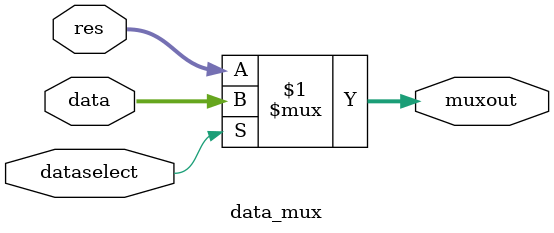
<source format=v>
module data_mux(data, res, dataselect, muxout);
input [15:0] data,res;
input dataselect;
output [15:0] muxout;
assign muxout = dataselect? data:res;
endmodule
</source>
